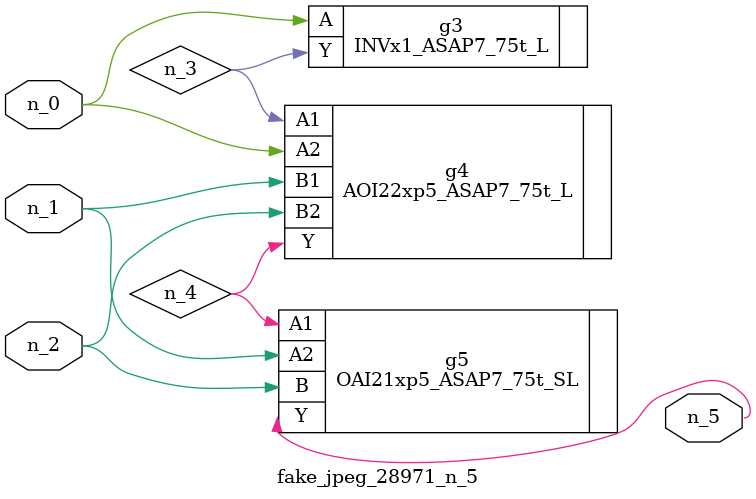
<source format=v>
module fake_jpeg_28971_n_5 (n_0, n_2, n_1, n_5);

input n_0;
input n_2;
input n_1;

output n_5;

wire n_3;
wire n_4;

INVx1_ASAP7_75t_L g3 ( 
.A(n_0),
.Y(n_3)
);

AOI22xp5_ASAP7_75t_L g4 ( 
.A1(n_3),
.A2(n_0),
.B1(n_1),
.B2(n_2),
.Y(n_4)
);

OAI21xp5_ASAP7_75t_SL g5 ( 
.A1(n_4),
.A2(n_1),
.B(n_2),
.Y(n_5)
);


endmodule
</source>
